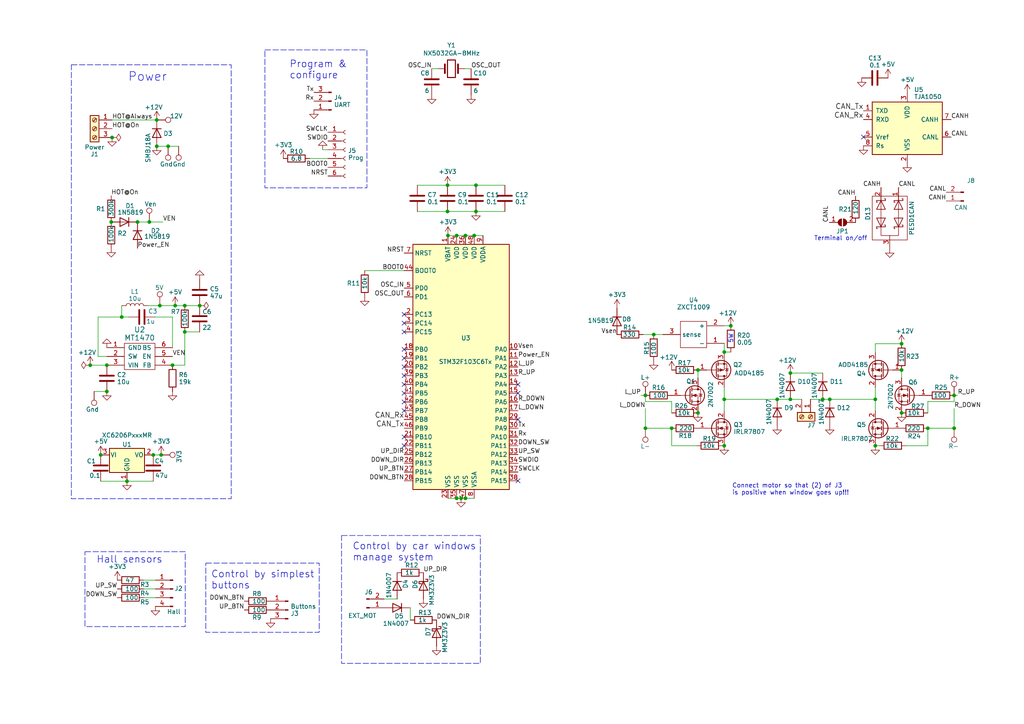
<source format=kicad_sch>
(kicad_sch (version 20230121) (generator eeschema)
  (paper "A4")
  (junction (at 46.736 131.953))
  (junction (at 135.001 68.326))
  (junction (at 53.594 88.646))
  (junction (at 30.988 105.918))
  (junction (at 261.493 119.761))
  (junction (at 229.235 115.824))
  (junction (at 211.963 94.488))
  (junction (at 276.733 114.681))
  (junction (at 50.8071 88.646))
  (junction (at 39.878 64.389))
  (junction (at 43.307 64.389))
  (junction (at 132.461 144.526))
  (junction (at 30.988 113.538))
  (junction (at 46.355 88.646))
  (junction (at 129.794 53.721))
  (junction (at 187.198 114.681))
  (junction (at 238.633 115.824))
  (junction (at 202.438 119.761))
  (junction (at 253.873 115.824))
  (junction (at 135.001 144.526))
  (junction (at 240.665 115.824))
  (junction (at 45.466 34.798))
  (junction (at 50.038 105.918))
  (junction (at 45.466 42.418))
  (junction (at 26.162 105.918))
  (junction (at 202.438 107.315))
  (junction (at 36.83 139.573))
  (junction (at 229.235 108.204))
  (junction (at 129.794 61.341))
  (junction (at 132.461 68.326))
  (junction (at 210.058 115.824))
  (junction (at 32.258 64.389))
  (junction (at 44.45 131.953))
  (junction (at 137.541 68.326))
  (junction (at 35.306 91.948))
  (junction (at 269.113 124.206))
  (junction (at 194.818 124.206))
  (junction (at 276.733 124.206))
  (junction (at 253.873 129.286))
  (junction (at 138.049 53.721))
  (junction (at 29.21 131.953))
  (junction (at 225.425 115.824))
  (junction (at 129.921 68.326))
  (junction (at 261.493 107.315))
  (junction (at 48.768 42.418))
  (junction (at 189.611 97.028))
  (junction (at 187.198 124.206))
  (junction (at 53.594 96.266))
  (junction (at 210.058 102.108))
  (junction (at 57.912 88.646))
  (junction (at 138.049 61.341))
  (junction (at 261.493 99.695))
  (junction (at 210.058 129.286))
  (junction (at 32.512 39.878))
  (junction (at 133.731 144.526))
  (no_connect (at 250.444 39.751))
  (no_connect (at 117.221 103.886))
  (no_connect (at 117.221 96.266))
  (no_connect (at 117.221 108.966))
  (no_connect (at 150.241 114.046))
  (no_connect (at 117.221 119.126))
  (no_connect (at 150.241 121.666))
  (no_connect (at 117.221 111.506))
  (no_connect (at 117.221 126.746))
  (no_connect (at 117.221 93.726))
  (no_connect (at 117.221 101.346))
  (no_connect (at 117.221 129.286))
  (no_connect (at 150.241 139.446))
  (no_connect (at 117.221 106.426))
  (no_connect (at 150.241 111.506))
  (no_connect (at 117.221 91.186))
  (no_connect (at 117.221 116.586))
  (no_connect (at 117.221 114.046))
  (wire (pts (xy 50.038 91.948) (xy 50.038 100.838)))
  (wire (pts (xy 276.733 114.681) (xy 276.733 116.459)))
  (wire (pts (xy 187.198 114.681) (xy 187.198 116.459)))
  (wire (pts (xy 50.038 105.918) (xy 53.594 105.918)))
  (wire (pts (xy 45.466 42.418) (xy 48.768 42.418)))
  (wire (pts (xy 262.763 129.286) (xy 269.113 129.286)))
  (wire (pts (xy 135.001 68.326) (xy 137.541 68.326)))
  (wire (pts (xy 210.058 115.824) (xy 210.058 119.126)))
  (wire (pts (xy 46.736 131.953) (xy 44.45 131.953)))
  (wire (pts (xy 269.113 124.206) (xy 276.733 124.206)))
  (wire (pts (xy 133.731 144.526) (xy 135.001 144.526)))
  (wire (pts (xy 253.873 99.695) (xy 253.873 102.235)))
  (wire (pts (xy 129.921 144.526) (xy 132.461 144.526)))
  (wire (pts (xy 47.244 64.389) (xy 43.307 64.389)))
  (wire (pts (xy 210.058 99.568) (xy 210.058 102.108)))
  (wire (pts (xy 210.058 102.108) (xy 211.963 102.108)))
  (wire (pts (xy 53.594 105.918) (xy 53.594 96.266)))
  (wire (pts (xy 137.541 68.326) (xy 140.081 68.326)))
  (wire (pts (xy 129.921 68.326) (xy 132.461 68.326)))
  (wire (pts (xy 132.461 68.326) (xy 135.001 68.326)))
  (wire (pts (xy 26.162 105.918) (xy 30.988 105.918)))
  (wire (pts (xy 185.928 114.681) (xy 187.198 114.681)))
  (wire (pts (xy 138.049 53.721) (xy 146.431 53.721)))
  (wire (pts (xy 121.031 61.341) (xy 129.794 61.341)))
  (wire (pts (xy 194.818 124.206) (xy 187.198 124.206)))
  (wire (pts (xy 129.794 61.341) (xy 138.049 61.341)))
  (wire (pts (xy 48.768 42.418) (xy 51.816 42.418)))
  (wire (pts (xy 225.425 115.824) (xy 229.235 115.824)))
  (wire (pts (xy 45.085 168.275) (xy 41.656 168.275)))
  (wire (pts (xy 240.665 115.824) (xy 253.873 115.824)))
  (wire (pts (xy 35.306 88.646) (xy 35.306 91.948)))
  (wire (pts (xy 136.652 19.939) (xy 134.747 19.939)))
  (wire (pts (xy 41.656 173.355) (xy 45.085 173.355)))
  (wire (pts (xy 202.057 129.286) (xy 194.818 129.286)))
  (wire (pts (xy 253.873 112.395) (xy 253.873 115.824)))
  (wire (pts (xy 229.235 108.204) (xy 238.633 108.204)))
  (wire (pts (xy 186.563 97.028) (xy 189.611 97.028)))
  (wire (pts (xy 105.791 78.486) (xy 117.221 78.486)))
  (wire (pts (xy 210.058 112.395) (xy 210.058 115.824)))
  (wire (pts (xy 43.307 64.389) (xy 39.878 64.389)))
  (wire (pts (xy 44.958 91.948) (xy 50.038 91.948)))
  (wire (pts (xy 229.235 115.824) (xy 232.537 115.824)))
  (wire (pts (xy 41.656 170.815) (xy 45.085 170.815)))
  (wire (pts (xy 89.789 45.974) (xy 95.123 45.974)))
  (wire (pts (xy 261.493 109.601) (xy 261.493 107.315)))
  (wire (pts (xy 37.338 91.948) (xy 35.306 91.948)))
  (wire (pts (xy 209.677 129.286) (xy 210.058 129.286)))
  (wire (pts (xy 276.733 114.681) (xy 277.749 114.681)))
  (wire (pts (xy 32.512 34.798) (xy 45.466 34.798)))
  (wire (pts (xy 202.438 109.601) (xy 202.438 107.315)))
  (wire (pts (xy 210.058 94.488) (xy 211.963 94.488)))
  (wire (pts (xy 121.031 53.721) (xy 129.794 53.721)))
  (wire (pts (xy 194.818 116.459) (xy 194.818 119.761)))
  (wire (pts (xy 138.049 61.341) (xy 146.431 61.341)))
  (wire (pts (xy 28.448 103.378) (xy 30.988 103.378)))
  (wire (pts (xy 42.926 88.646) (xy 46.355 88.646)))
  (wire (pts (xy 129.794 53.721) (xy 138.049 53.721)))
  (wire (pts (xy 255.143 129.286) (xy 253.873 129.286)))
  (wire (pts (xy 50.8071 88.646) (xy 53.594 88.646)))
  (wire (pts (xy 118.999 176.276) (xy 118.999 179.832)))
  (wire (pts (xy 235.077 115.824) (xy 238.633 115.824)))
  (wire (pts (xy 29.21 139.573) (xy 36.83 139.573)))
  (wire (pts (xy 276.733 116.459) (xy 269.113 116.459)))
  (wire (pts (xy 269.113 129.286) (xy 269.113 124.206)))
  (wire (pts (xy 187.198 118.491) (xy 187.198 124.206)))
  (wire (pts (xy 210.058 102.108) (xy 210.058 102.235)))
  (wire (pts (xy 53.594 96.266) (xy 57.912 96.266)))
  (wire (pts (xy 28.448 91.948) (xy 28.448 103.378)))
  (wire (pts (xy 269.113 116.459) (xy 269.113 119.761)))
  (wire (pts (xy 53.594 88.646) (xy 57.912 88.646)))
  (wire (pts (xy 135.001 144.526) (xy 137.541 144.526)))
  (wire (pts (xy 46.355 88.646) (xy 50.8071 88.646)))
  (wire (pts (xy 261.493 99.695) (xy 253.873 99.695)))
  (wire (pts (xy 194.818 129.286) (xy 194.818 124.206)))
  (wire (pts (xy 93.599 43.434) (xy 95.123 43.434)))
  (wire (pts (xy 253.873 115.824) (xy 253.873 119.126)))
  (wire (pts (xy 238.633 115.824) (xy 240.665 115.824)))
  (wire (pts (xy 210.058 115.824) (xy 225.425 115.824)))
  (wire (pts (xy 36.83 139.573) (xy 44.45 139.573)))
  (wire (pts (xy 132.461 144.526) (xy 133.731 144.526)))
  (wire (pts (xy 35.306 91.948) (xy 28.448 91.948)))
  (wire (pts (xy 125.222 19.939) (xy 127.127 19.939)))
  (wire (pts (xy 187.198 116.459) (xy 194.818 116.459)))
  (wire (pts (xy 27.305 113.538) (xy 30.988 113.538)))
  (wire (pts (xy 115.189 173.736) (xy 111.379 173.736)))
  (wire (pts (xy 276.733 118.491) (xy 276.733 124.206)))
  (wire (pts (xy 189.611 97.028) (xy 192.278 97.028)))
  (rectangle (start 20.701 18.796) (end 67.056 144.653) (stroke (width 0) (type dash)))
  (rectangle (start 76.835 14.478) (end 106.426 54.483) (stroke (width 0) (type dash)))
  (rectangle (start 99.06 155.321) (end 139.319 192.405) (stroke (width 0) (type dash)))
  (rectangle (start 59.69 163.322) (end 92.583 183.388) (stroke (width 0) (type dash)))
  (rectangle (start 24.638 160.02) (end 53.721 181.737) (stroke (width 0) (type dash)))
  (text "Control by car windows\nmanage system" (at 102.235 162.941 0) (effects (font (size 2 2)) (justify left bottom)))
  (text "Hall sensors" (at 27.94 163.576 0) (effects (font (size 2.0066 2.0066)) (justify left bottom)))
  (text "Connect motor so that (2) of J3\nis positive when window goes up!!!" (at 212.344 143.764 0) (effects (font (size 1.27 1.27)) (justify left bottom)))
  (text "Control by simplest\nbuttons" (at 61.214 171.069 0) (effects (font (size 2 2)) (justify left bottom)))
  (text "Terminal on/off" (at 236.093 69.977 0) (effects (font (size 1.27 1.27)) (justify left bottom)))
  (text "Program &\nconfigure" (at 83.947 23.114 0) (effects (font (size 2 2)) (justify left bottom)))
  (text "Power" (at 37.084 23.876 0) (effects (font (size 2.54 2.54)) (justify left bottom)))
  (text "5W" (at 212.725 99.695 90) (effects (font (size 1.27 1.27)) (justify left bottom)))
  (label "OSC_OUT" (at 117.221 86.106 180))
  (label "OSC_IN" (at 125.222 19.939 180))
  (label "HOT@On" (at 32.512 37.338 0))
  (label "DOWN_DIR" (at 126.619 179.832 0))
  (label "DOWN_SW" (at 34.036 173.355 180))
  (label "SWCLK" (at 95.123 38.354 180))
  (label "UP_SW" (at 150.241 131.826 0))
  (label "BOOT0" (at 117.221 78.486 180))
  (label "CAN_Rx" (at 250.444 34.671 180) (effects (font (size 1.524 1.524))))
  (label "SWDIO" (at 95.123 40.894 180))
  (label "UP_DIR" (at 122.809 166.116 0))
  (label "OSC_OUT" (at 136.652 19.939 0))
  (label "Power_EN" (at 150.241 103.886 0))
  (label "NRST" (at 117.221 73.406 180))
  (label "CAN_Tx" (at 250.444 32.131 180) (effects (font (size 1.524 1.524))))
  (label "UP_DIR" (at 117.221 131.826 180))
  (label "Power_EN" (at 39.878 72.009 0))
  (label "HOT@Always" (at 32.512 34.798 0))
  (label "L_DOWN" (at 187.198 118.491 180))
  (label "CAN_Rx" (at 117.221 121.666 180) (effects (font (size 1.524 1.524))))
  (label "L_UP" (at 150.241 106.426 0))
  (label "Vsen" (at 150.241 101.346 0))
  (label "Tx" (at 91.059 26.797 180))
  (label "DOWN_BTN" (at 117.221 139.446 180))
  (label "R_UP" (at 277.749 114.681 0))
  (label "DOWN_DIR" (at 117.221 134.366 180))
  (label "R_DOWN" (at 150.241 116.586 0))
  (label "VEN" (at 50.038 103.378 0))
  (label "DOWN_BTN" (at 70.866 174.371 180))
  (label "UP_SW" (at 34.036 170.815 180))
  (label "NRST" (at 95.123 51.054 180))
  (label "BOOT0" (at 95.123 48.514 180))
  (label "HOT@On" (at 32.258 56.769 0))
  (label "CANH" (at 274.447 58.293 180))
  (label "R_DOWN" (at 276.733 118.491 0))
  (label "DOWN_SW" (at 150.241 129.286 0))
  (label "CAN_Tx" (at 117.221 124.206 180) (effects (font (size 1.524 1.524))))
  (label "CANL" (at 274.447 55.753 180))
  (label "Rx" (at 91.059 29.337 180))
  (label "VEN" (at 47.244 64.389 0))
  (label "UP_BTN" (at 70.866 176.911 180))
  (label "L_UP" (at 185.928 114.681 180))
  (label "CANL" (at 260.604 54.356 0))
  (label "CANH" (at 248.158 56.896 180))
  (label "Rx" (at 150.241 126.746 0))
  (label "SWDIO" (at 150.241 134.366 0))
  (label "R_UP" (at 150.241 108.966 0))
  (label "Vsen" (at 178.943 97.028 180))
  (label "CANL" (at 240.538 64.516 90))
  (label "OSC_IN" (at 117.221 83.566 180))
  (label "CANH" (at 255.524 54.356 180))
  (label "Tx" (at 150.241 124.206 0))
  (label "CANH" (at 275.844 34.671 0))
  (label "L_DOWN" (at 150.241 119.126 0))
  (label "CANL" (at 275.844 39.751 0))
  (label "SWCLK" (at 150.241 136.906 0))
  (label "UP_BTN" (at 117.221 136.906 180))
  (symbol (lib_name "GND_3") (lib_id "power:GND") (at 261.493 119.761 0) (mirror y) (unit 1)
    (property "Reference" "#PWR044" (effects hide))
    (property "Value" "GND" (effects hide))
  )
  (symbol (lib_id "power:PWR_FLAG") (at 26.162 105.918 90) (unit 1)
    (property "Reference" "#FLG01" (effects hide))
    (property "Value" "PWR_FLAG" (effects hide))
  )
  (symbol (lib_name "GND_3") (lib_id "power:GND") (at 32.512 39.878 0) (unit 1)
    (property "Reference" "#PWR06" (effects hide))
    (property "Value" "GND" (effects hide))
  )
  (symbol (lib_name "GND_3") (lib_id "power:GND") (at 45.085 175.895 0) (unit 1)
    (property "Reference" "#PWR09" (effects hide))
    (property "Value" "GND" (effects hide))
  )
  (symbol (lib_id "Device:C") (at 57.912 92.456 0) (unit 1)
    (property "Reference" "C6" (at 58.674 90.424 0) (effects (justify left)))
    (property "Value" "22" (at 58.674 94.996 0) (effects (justify left)))
    (property "Footprint" "Capacitor_SMD:C_0805_2012Metric_Pad1.18x1.45mm_HandSolder" (effects hide))
  )
  (symbol (lib_name "GND_3") (lib_id "power:GND") (at 125.222 27.559 0) (unit 1)
    (property "Reference" "#PWR022" (effects hide))
    (property "Value" "GND" (effects hide))
  )
  (symbol (lib_id "Device:R") (at 74.676 174.371 270) (unit 1)
    (property "Reference" "R8" (at 73.152 172.212 90) (effects (justify left)))
    (property "Value" "100" (at 73.152 174.371 90) (effects (justify left)))
    (property "Footprint" "Resistor_SMD:R_0603_1608Metric_Pad0.98x0.95mm_HandSolder" (effects hide))
  )
  (symbol (lib_id "Device:R") (at 211.963 98.298 0) (unit 1)
    (property "Reference" "R20" (at 213.741 97.274 0) (effects (justify left)))
    (property "Value" "0.05" (at 213.741 99.322 0) (effects (justify left)))
    (property "Footprint" "Resistor_THT:R_Box_L14.0mm_W5.0mm_P9.00mm" (effects hide))
  )
  (symbol (lib_name "GND_3") (lib_id "power:GND") (at 126.619 187.452 0) (unit 1)
    (property "Reference" "#PWR023" (effects hide))
    (property "Value" "GND" (effects hide))
  )
  (symbol (lib_id "Device:R") (at 248.158 60.706 0) (unit 1)
    (property "Reference" "R21" (at 243.205 60.706 0) (effects (justify left)))
    (property "Value" "120" (at 248.158 62.23 90) (effects (justify left)))
    (property "Footprint" "Resistor_SMD:R_1210_3225Metric_Pad1.30x2.65mm_HandSolder" (effects hide))
  )
  (symbol (lib_id "Connector:TestPoint") (at 51.816 42.418 180) (unit 1)
    (property "Reference" "TP7" (effects hide))
    (property "Value" "Gnd" (at 53.848 47.625 0) (effects (justify left)))
    (property "Footprint" "TestPoint:TestPoint_Loop_D1.80mm_Drill1.0mm_Beaded" (effects hide))
  )
  (symbol (lib_name "GND_3") (lib_id "power:GND") (at 202.438 119.761 0) (unit 1)
    (property "Reference" "#PWR032" (effects hide))
    (property "Value" "GND" (effects hide))
  )
  (symbol (lib_id "Device:D") (at 36.068 64.389 180) (unit 1)
    (property "Reference" "D1" (at 37.719 59.69 0))
    (property "Value" "1N5819" (at 37.846 61.595 0))
    (property "Footprint" "Diode_SMD:D_SOD-323_HandSoldering" (effects hide))
    (property "Sim.Device" "D" (effects hide))
    (property "Sim.Pins" "1=K 2=A" (effects hide))
  )
  (symbol (lib_name "GND_3") (lib_id "power:GND") (at 189.611 104.648 0) (unit 1)
    (property "Reference" "#PWR030" (effects hide))
    (property "Value" "GND" (effects hide))
  )
  (symbol (lib_id "Device:R") (at 32.258 68.199 180) (unit 1)
    (property "Reference" "R2" (at 35.433 67.691 0))
    (property "Value" "100k" (at 32.258 67.945 90))
    (property "Footprint" "Resistor_SMD:R_0603_1608Metric_Pad0.98x0.95mm_HandSolder" (effects hide))
  )
  (symbol (lib_id "power:+5V") (at 263.144 27.051 0) (unit 1)
    (property "Reference" "#PWR014" (effects hide))
    (property "Value" "+5V" (at 263.144 23.106 0))
  )
  (symbol (lib_id "Jumper:SolderJumper_2_Open") (at 244.348 64.516 0) (unit 1)
    (property "Reference" "JP1" (at 244.348 67.056 0))
    (property "Value" "Term" (effects hide))
    (property "Footprint" "Jumper:SolderJumper-2_P1.3mm_Open_TrianglePad1.0x1.5mm" (effects hide))
  )
  (symbol (lib_id "Connector:Conn_01x03_Pin") (at 96.139 29.337 180) (unit 1)
    (property "Reference" "J4" (at 96.8502 28.313 0) (effects (justify right)))
    (property "Value" "UART" (at 96.8502 30.361 0) (effects (justify right)))
    (property "Footprint" "Connector_PinSocket_2.54mm:PinSocket_1x03_P2.54mm_Vertical" (effects hide))
  )
  (symbol (lib_id "Device:C") (at 41.148 91.948 90) (unit 1)
    (property "Reference" "C3" (at 44.323 90.297 90))
    (property "Value" "1u" (at 43.688 93.218 90))
    (property "Footprint" "Capacitor_SMD:C_1206_3216Metric_Pad1.33x1.80mm_HandSolder" (effects hide))
  )
  (symbol (lib_id "Connector:TestPoint") (at 46.736 131.953 270) (unit 1)
    (property "Reference" "TP5" (effects hide))
    (property "Value" "3V3" (at 51.943 130.556 0) (effects (justify left)))
    (property "Footprint" "TestPoint:TestPoint_Loop_D1.80mm_Drill1.0mm_Beaded" (effects hide))
  )
  (symbol (lib_id "Connector:Conn_01x04_Pin") (at 50.165 170.815 0) (mirror y) (unit 1)
    (property "Reference" "J2" (at 51.816 170.688 0))
    (property "Value" "Hall" (at 50.419 177.419 0))
    (property "Footprint" "Connector_JST:JST_PH_B4B-PH-K_1x04_P2.00mm_Vertical" (effects hide))
  )
  (symbol (lib_id "Device:D") (at 225.425 119.634 270) (unit 1)
    (property "Reference" "D9" (at 227.457 118.2925 90) (effects (justify left)))
    (property "Value" "1N4007" (at 223.012 115.697 0) (effects (justify left)))
    (property "Footprint" "Diode_SMD:D_SMA_Handsoldering" (effects hide))
    (property "Sim.Device" "D" (effects hide))
    (property "Sim.Pins" "1=K 2=A" (effects hide))
  )
  (symbol (lib_name "GND_3") (lib_id "power:GND") (at 50.038 113.538 0) (unit 1)
    (property "Reference" "#PWR013" (effects hide))
    (property "Value" "GND" (effects hide))
  )
  (symbol (lib_id "Connector:Conn_01x02_Pin") (at 279.527 58.293 180) (unit 1)
    (property "Reference" "J8" (at 281.6098 52.3748 0))
    (property "Value" "CAN" (at 280.67 60.198 0) (effects (justify left)))
    (property "Footprint" "Connector_JST:JST_PH_B2B-PH-K_1x02_P2.00mm_Vertical" (effects hide))
  )
  (symbol (lib_name "GND_3") (lib_id "power:GND") (at 57.912 81.026 180) (unit 1)
    (property "Reference" "#PWR015" (effects hide))
    (property "Value" "GND" (effects hide))
  )
  (symbol (lib_name "GND_3") (lib_id "power:GND") (at 250.444 42.291 0) (unit 1)
    (property "Reference" "#PWR039" (effects hide))
    (property "Value" "GND" (effects hide))
  )
  (symbol (lib_id "power:+12V") (at 194.818 107.315 0) (unit 1)
    (property "Reference" "#PWR031" (effects hide))
    (property "Value" "+12V" (at 193.929 103.632 0))
  )
  (symbol (lib_id "Device:R") (at 205.867 129.286 270) (unit 1)
    (property "Reference" "R19" (at 205.74 127.2286 90))
    (property "Value" "10k" (at 205.613 129.286 90))
    (property "Footprint" "Resistor_SMD:R_0603_1608Metric_Pad0.98x0.95mm_HandSolder" (effects hide))
  )
  (symbol (lib_id "Device:Q_PMOS_GDS") (at 256.413 107.315 180) (unit 1)
    (property "Reference" "Q4" (at 251.206 108.339 0) (effects (justify left)))
    (property "Value" "AOD4185" (at 251.841 105.791 0) (effects (justify left)))
    (property "Footprint" "Package_TO_SOT_SMD:TO-252-3_TabPin2" (effects hide))
  )
  (symbol (lib_id "Device:R") (at 32.258 60.579 180) (unit 1)
    (property "Reference" "R1" (at 29.21 60.579 0))
    (property "Value" "300k" (at 32.258 60.325 90))
    (property "Footprint" "Resistor_SMD:R_0603_1608Metric_Pad0.98x0.95mm_HandSolder" (effects hide))
  )
  (symbol (lib_id "ZXCT1009:ZXCT1009") (at 201.168 97.028 180) (unit 1)
    (property "Reference" "U4" (at 201.168 87.0265 0))
    (property "Value" "ZXCT1009" (at 201.168 89.0745 0))
    (property "Footprint" "Package_TO_SOT_SMD:SOT-23_Handsoldering" (effects hide))
  )
  (symbol (lib_name "GND_3") (lib_id "power:GND") (at 36.83 139.573 0) (unit 1)
    (property "Reference" "#PWR08" (effects hide))
    (property "Value" "GND" (effects hide))
  )
  (symbol (lib_id "Device:R") (at 198.628 119.761 270) (unit 1)
    (property "Reference" "R26" (at 197.612 117.729 90))
    (property "Value" "10k" (at 198.374 119.761 90))
    (property "Footprint" "Resistor_SMD:R_0603_1608Metric_Pad0.98x0.95mm_HandSolder" (effects hide))
  )
  (symbol (lib_name "GND_3") (lib_id "power:GND") (at 122.809 173.736 0) (unit 1)
    (property "Reference" "#PWR021" (effects hide))
    (property "Value" "GND" (effects hide))
  )
  (symbol (lib_id "Device:Crystal") (at 130.937 19.939 0) (unit 1)
    (property "Reference" "Y1" (at 130.937 13.1318 0))
    (property "Value" "NX5032GA-8MHz" (at 130.937 15.4432 0))
    (property "Footprint" "Crystal:Crystal_SMD_5032-2Pin_5.0x3.2mm" (effects hide))
  )
  (symbol (lib_id "Device:R") (at 191.008 114.681 90) (unit 1)
    (property "Reference" "R16" (at 191.008 112.395 90))
    (property "Value" "100" (at 191.262 114.681 90))
    (property "Footprint" "Resistor_SMD:R_0603_1608Metric_Pad0.98x0.95mm_HandSolder" (effects hide))
  )
  (symbol (lib_id "power:+3V3") (at 46.736 131.953 0) (unit 1)
    (property "Reference" "#PWR012" (effects hide))
    (property "Value" "+3V3" (at 46.736 128.008 0))
  )
  (symbol (lib_name "GND_3") (lib_id "power:GND") (at 258.064 72.136 0) (unit 1)
    (property "Reference" "#PWR042" (effects hide))
    (property "Value" "GND" (effects hide))
  )
  (symbol (lib_id "power:+5V") (at 257.556 22.606 0) (unit 1)
    (property "Reference" "#PWR041" (effects hide))
    (property "Value" "+5V" (at 257.556 18.661 0))
  )
  (symbol (lib_id "Device:C") (at 138.049 57.531 0) (unit 1)
    (property "Reference" "C11" (at 140.97 56.507 0) (effects (justify left)))
    (property "Value" "0.1" (at 140.97 58.555 0) (effects (justify left)))
    (property "Footprint" "Capacitor_SMD:C_0603_1608Metric_Pad1.08x0.95mm_HandSolder" (effects hide))
  )
  (symbol (lib_id "Device:R") (at 265.303 124.206 270) (mirror x) (unit 1)
    (property "Reference" "R24" (at 265.176 126.492 90))
    (property "Value" "220" (at 265.049 124.206 90))
    (property "Footprint" "Resistor_SMD:R_0603_1608Metric_Pad0.98x0.95mm_HandSolder" (effects hide))
  )
  (symbol (lib_id "Connector:Conn_01x03_Pin") (at 83.566 176.911 0) (mirror y) (unit 1)
    (property "Reference" "J3" (at 84.2772 177.935 0) (effects (justify right)))
    (property "Value" "Buttons" (at 84.2772 175.887 0) (effects (justify right)))
    (property "Footprint" "Connector_JST:JST_PH_B3B-PH-K_1x03_P2.00mm_Vertical" (effects hide))
  )
  (symbol (lib_id "power:+3V3") (at 129.794 53.721 0) (unit 1)
    (property "Reference" "#PWR024" (effects hide))
    (property "Value" "+3V3" (at 129.794 49.776 0))
  )
  (symbol (lib_id "power:+12V") (at 229.235 108.204 0) (unit 1)
    (property "Reference" "#PWR036" (effects hide))
    (property "Value" "+12V" (at 228.346 104.521 0))
  )
  (symbol (lib_id "Device:R") (at 37.846 168.275 270) (unit 1)
    (property "Reference" "R3" (at 40.64 169.545 90) (effects (justify left)))
    (property "Value" "47" (at 36.322 168.275 90) (effects (justify left)))
    (property "Footprint" "Resistor_SMD:R_0603_1608Metric_Pad0.98x0.95mm_HandSolder" (effects hide))
  )
  (symbol (lib_id "power:+3V3") (at 178.943 89.408 0) (unit 1)
    (property "Reference" "#PWR029" (effects hide))
    (property "Value" "+3V3" (at 178.943 85.463 0))
  )
  (symbol (lib_id "power:+12V") (at 211.963 94.488 0) (unit 1)
    (property "Reference" "#PWR034" (effects hide))
    (property "Value" "+12V" (at 211.074 90.805 0))
  )
  (symbol (lib_id "Device:R") (at 85.979 45.974 90) (unit 1)
    (property "Reference" "R10" (at 85.979 43.942 90))
    (property "Value" "6.8" (at 85.979 45.974 90))
    (property "Footprint" "Resistor_SMD:R_0603_1608Metric_Pad0.98x0.95mm_HandSolder" (effects hide))
  )
  (symbol (lib_name "GND_3") (lib_id "power:GND") (at 91.059 31.877 0) (unit 1)
    (property "Reference" "#PWR018" (effects hide))
    (property "Value" "GND" (effects hide))
  )
  (symbol (lib_id "Connector:TestPoint") (at 48.768 42.418 180) (unit 1)
    (property "Reference" "TP6" (effects hide))
    (property "Value" "Gnd" (at 50.165 47.625 0) (effects (justify left)))
    (property "Footprint" "TestPoint:TestPoint_Loop_D1.80mm_Drill1.0mm_Beaded" (effects hide))
  )
  (symbol (lib_id "Device:Q_NMOS_GDS") (at 207.518 124.206 0) (unit 1)
    (property "Reference" "Q3" (at 212.725 123.182 0) (effects (justify left)))
    (property "Value" "IRLR7807" (at 212.725 125.23 0) (effects (justify left)))
    (property "Footprint" "Package_TO_SOT_SMD:TO-252-3_TabPin2" (effects hide))
  )
  (symbol (lib_name "GND_3") (lib_id "power:GND") (at 253.873 129.286 0) (mirror y) (unit 1)
    (property "Reference" "#PWR040" (effects hide))
    (property "Value" "GND" (effects hide))
  )
  (symbol (lib_id "power:+3V3") (at 82.169 45.974 0) (unit 1)
    (property "Reference" "#PWR017" (effects hide))
    (property "Value" "+3V3" (at 82.169 42.029 0))
  )
  (symbol (lib_id "Connector:Conn_01x02_Pin") (at 106.299 176.276 0) (mirror x) (unit 1)
    (property "Reference" "J6" (at 106.934 171.704 0))
    (property "Value" "EXT_MOT" (at 100.965 178.562 0) (effects (justify left)))
    (property "Footprint" "Connector_JST:JST_PH_B2B-PH-K_1x02_P2.00mm_Vertical" (effects hide))
  )
  (symbol (lib_name "GND_3") (lib_id "power:GND") (at 105.791 86.106 0) (unit 1)
    (property "Reference" "#PWR020" (effects hide))
    (property "Value" "GND" (effects hide))
  )
  (symbol (lib_id "Regulator_Linear:XC6206PxxxMR") (at 36.83 131.953 0) (unit 1)
    (property "Reference" "U1" (at 36.83 128.905 0))
    (property "Value" "XC6206PxxxMR" (at 36.83 126.238 0))
    (property "Footprint" "Package_TO_SOT_SMD:SOT-23-3" (effects hide))
    (property "Datasheet" "https://www.torexsemi.com/file/xc6206/XC6206.pdf" (effects hide))
  )
  (symbol (lib_id "Device:R") (at 272.923 114.681 270) (mirror x) (unit 1)
    (property "Reference" "R25" (at 272.923 112.395 90))
    (property "Value" "100" (at 272.669 114.681 90))
    (property "Footprint" "Resistor_SMD:R_0603_1608Metric_Pad0.98x0.95mm_HandSolder" (effects hide))
  )
  (symbol (lib_id "Device:D") (at 240.665 119.634 270) (unit 1)
    (property "Reference" "D12" (at 242.697 118.2925 90) (effects (justify left)))
    (property "Value" "1N4007" (at 238.252 115.697 0) (effects (justify left)))
    (property "Footprint" "Diode_SMD:D_SMA_Handsoldering" (effects hide))
    (property "Sim.Device" "D" (effects hide))
    (property "Sim.Pins" "1=K 2=A" (effects hide))
  )
  (symbol (lib_name "GND_3") (lib_id "power:GND") (at 138.049 61.341 0) (unit 1)
    (property "Reference" "#PWR028" (effects hide))
    (property "Value" "GND" (effects hide))
  )
  (symbol (lib_id "power:+3V3") (at 129.921 68.326 0) (unit 1)
    (property "Reference" "#PWR025" (effects hide))
    (property "Value" "+3V3" (at 129.921 64.381 0))
  )
  (symbol (lib_id "Interface_CAN_LIN:MCP2551-I-SN") (at 263.144 37.211 0) (unit 1)
    (property "Reference" "U5" (at 265.0999 26.011 0) (effects (justify left)))
    (property "Value" "TJA1050" (at 265.0999 28.059 0) (effects (justify left)))
    (property "Footprint" "Package_SO:SOIC-8_3.9x4.9mm_P1.27mm" (effects hide))
    (property "Datasheet" "http://ww1.microchip.com/downloads/en/devicedoc/21667d.pdf" (effects hide))
  )
  (symbol (lib_name "GND_3") (lib_id "power:GND") (at 210.058 129.286 0) (unit 1)
    (property "Reference" "#PWR033" (effects hide))
    (property "Value" "GND" (effects hide))
  )
  (symbol (lib_id "Connector:Conn_01x06_Socket") (at 100.203 43.434 0) (unit 1)
    (property "Reference" "J5" (at 100.9142 43.68 0) (effects (justify left)))
    (property "Value" "Prog" (at 100.9142 45.728 0) (effects (justify left)))
    (property "Footprint" "Connector_PinSocket_1.27mm:PinSocket_1x06_P1.27mm_Vertical" (effects hide))
  )
  (symbol (lib_id "Device:Q_PMOS_GDS") (at 207.518 107.315 0) (mirror x) (unit 1)
    (property "Reference" "Q2" (at 212.598 105.791 0) (effects (justify left)))
    (property "Value" "AOD4185" (at 212.979 108.204 0) (effects (justify left)))
    (property "Footprint" "Package_TO_SOT_SMD:TO-252-3_TabPin2" (effects hide))
  )
  (symbol (lib_id "Device:Q_NMOS_GSD") (at 264.033 114.681 0) (mirror y) (unit 1)
    (property "Reference" "Q6" (at 266.192 110.871 0) (effects (justify left)))
    (property "Value" "2N7002" (at 258.318 118.745 90) (effects (justify left)))
    (property "Footprint" "Package_TO_SOT_SMD:SOT-23_Handsoldering" (effects hide))
  )
  (symbol (lib_id "Connector:TestPoint") (at 45.466 34.798 270) (unit 1)
    (property "Reference" "TP3" (effects hide))
    (property "Value" "12V" (at 49.276 33.655 90) (effects (justify left)))
    (property "Footprint" "TestPoint:TestPoint_Loop_D1.80mm_Drill1.0mm_Beaded" (effects hide))
  )
  (symbol (lib_id "Device:R") (at 122.809 179.832 270) (unit 1)
    (property "Reference" "R13" (at 121.285 177.673 90) (effects (justify left)))
    (property "Value" "1k" (at 121.285 179.832 90) (effects (justify left)))
    (property "Footprint" "Resistor_SMD:R_0603_1608Metric_Pad0.98x0.95mm_HandSolder" (effects hide))
  )
  (symbol (lib_name "GND_3") (lib_id "power:GND") (at 133.731 144.526 0) (unit 1)
    (property "Reference" "#PWR026" (effects hide))
    (property "Value" "GND" (effects hide))
  )
  (symbol (lib_id "Device:R") (at 37.846 170.815 270) (unit 1)
    (property "Reference" "R4" (at 40.64 172.085 90) (effects (justify left)))
    (property "Value" "100" (at 36.322 170.815 90) (effects (justify left)))
    (property "Footprint" "Resistor_SMD:R_0603_1608Metric_Pad0.98x0.95mm_HandSolder" (effects hide))
  )
  (symbol (lib_id "power:+5V") (at 29.21 131.953 0) (unit 1)
    (property "Reference" "#PWR02" (effects hide))
    (property "Value" "+5V" (at 29.21 128.008 0))
  )
  (symbol (lib_id "Device:C") (at 253.746 22.606 90) (unit 1)
    (property "Reference" "C13" (at 253.746 16.867 90))
    (property "Value" "0.1" (at 253.746 18.915 90))
    (property "Footprint" "Capacitor_SMD:C_0603_1608Metric_Pad1.08x0.95mm_HandSolder" (effects hide))
  )
  (symbol (lib_id "Device:R") (at 105.791 82.296 180) (unit 1)
    (property "Reference" "R11" (at 100.584 82.169 0) (effects (justify right)))
    (property "Value" "10k" (at 105.791 83.947 90) (effects (justify right)))
    (property "Footprint" "Resistor_SMD:R_0603_1608Metric_Pad0.98x0.95mm_HandSolder" (effects hide))
  )
  (symbol (lib_id "Device:D_Schottky") (at 126.619 183.642 270) (unit 1)
    (property "Reference" "D7" (at 124.206 181.864 0) (effects (justify left)))
    (property "Value" "MM3Z3V3" (at 129.032 180.34 0) (effects (justify left)))
    (property "Footprint" "Diode_SMD:D_0805_2012Metric_Pad1.15x1.40mm_HandSolder" (effects hide))
  )
  (symbol (lib_id "Device:R") (at 265.303 119.761 270) (unit 1)
    (property "Reference" "R27" (at 266.192 117.856 90))
    (property "Value" "10k" (at 265.049 119.761 90))
    (property "Footprint" "Resistor_SMD:R_0603_1608Metric_Pad0.98x0.95mm_HandSolder" (effects hide))
  )
  (symbol (lib_id "elements:PESD1CAN") (at 260.604 61.976 270) (unit 1)
    (property "Reference" "D13" (at 251.714 61.976 0))
    (property "Value" "PESD1CAN" (at 264.414 63.246 0))
    (property "Footprint" "Package_TO_SOT_SMD:SOT-23" (effects hide))
  )
  (symbol (lib_id "Device:C") (at 129.794 57.531 0) (unit 1)
    (property "Reference" "C9" (at 132.715 56.507 0) (effects (justify left)))
    (property "Value" "0.1" (at 132.715 58.555 0) (effects (justify left)))
    (property "Footprint" "Capacitor_SMD:C_0603_1608Metric_Pad1.08x0.95mm_HandSolder" (effects hide))
  )
  (symbol (lib_id "Device:R") (at 198.628 124.206 90) (unit 1)
    (property "Reference" "R18" (at 198.755 126.365 90))
    (property "Value" "220" (at 198.882 124.206 90))
    (property "Footprint" "Resistor_SMD:R_0603_1608Metric_Pad0.98x0.95mm_HandSolder" (effects hide))
  )
  (symbol (lib_id "Connector:TestPoint") (at 46.355 88.646 0) (unit 1)
    (property "Reference" "TP4" (effects hide))
    (property "Value" "5V" (at 44.958 83.439 0) (effects (justify left)))
    (property "Footprint" "TestPoint:TestPoint_Loop_D1.80mm_Drill1.0mm_Beaded" (effects hide))
  )
  (symbol (lib_id "Device:R") (at 182.753 97.028 270) (unit 1)
    (property "Reference" "R14" (at 182.626 94.9706 90))
    (property "Value" "330" (at 182.499 97.028 90))
    (property "Footprint" "Resistor_SMD:R_0603_1608Metric_Pad0.98x0.95mm_HandSolder" (effects hide))
  )
  (symbol (lib_id "Device:C") (at 44.45 135.763 0) (unit 1)
    (property "Reference" "C4" (at 44.831 133.731 0) (effects (justify left)))
    (property "Value" "47u" (at 44.958 137.922 0) (effects (justify left)))
    (property "Footprint" "Capacitor_SMD:C_1206_3216Metric" (effects hide))
  )
  (symbol (lib_id "Connector:TestPoint") (at 276.733 114.681 0) (unit 1)
    (property "Reference" "TP10" (effects hide))
    (property "Value" "R+" (at 275.336 109.474 0) (effects (justify left)))
    (property "Footprint" "TestPoint:TestPoint_Loop_D1.80mm_Drill1.0mm_Beaded" (effects hide))
  )
  (symbol (lib_id "Connector:TestPoint") (at 187.198 114.681 0) (unit 1)
    (property "Reference" "TP8" (effects hide))
    (property "Value" "L+" (at 185.801 109.474 0) (effects (justify left)))
    (property "Footprint" "TestPoint:TestPoint_Loop_D1.80mm_Drill1.0mm_Beaded" (effects hide))
  )
  (symbol (lib_name "GND_3") (lib_id "power:GND") (at 249.936 22.606 0) (unit 1)
    (property "Reference" "#PWR038" (effects hide))
    (property "Value" "GND" (effects hide))
  )
  (symbol (lib_id "Device:D") (at 229.235 112.014 270) (unit 1)
    (property "Reference" "D10" (at 231.267 110.6725 90) (effects (justify left)))
    (property "Value" "1N4007" (at 226.822 108.077 0) (effects (justify left)))
    (property "Footprint" "Diode_SMD:D_SMA_Handsoldering" (effects hide))
    (property "Sim.Device" "D" (effects hide))
    (property "Sim.Pins" "1=K 2=A" (effects hide))
  )
  (symbol (lib_id "power:PWR_FLAG") (at 57.912 88.646 270) (unit 1)
    (property "Reference" "#FLG02" (effects hide))
    (property "Value" "PWR_FLAG" (effects hide))
  )
  (symbol (lib_id "Device:C") (at 57.912 84.836 180) (unit 1)
    (property "Reference" "C5" (at 60.833 83.812 0) (effects (justify right)))
    (property "Value" "47u" (at 60.833 85.86 0) (effects (justify right)))
    (property "Footprint" "Capacitor_SMD:C_1206_3216Metric_Pad1.33x1.80mm_HandSolder" (effects hide))
  )
  (symbol (lib_id "Connector:TestPoint") (at 43.307 64.389 0) (unit 1)
    (property "Reference" "TP2" (effects hide))
    (property "Value" "Ven" (at 41.91 59.182 0) (effects (justify left)))
    (property "Footprint" "TestPoint:TestPoint_Loop_D1.80mm_Drill1.0mm_Beaded" (effects hide))
  )
  (symbol (lib_id "power:+12V") (at 45.466 34.798 0) (unit 1)
    (property "Reference" "#PWR010" (effects hide))
    (property "Value" "+12V" (at 44.577 31.115 0))
  )
  (symbol (lib_id "Device:D") (at 115.189 176.276 180) (unit 1)
    (property "Reference" "D5" (at 117.094 178.689 0) (effects (justify left)))
    (property "Value" "1N4007" (at 118.618 180.848 0) (effects (justify left)))
    (property "Footprint" "Diode_SMD:D_SMA_Handsoldering" (effects hide))
    (property "Sim.Device" "D" (effects hide))
    (property "Sim.Pins" "1=K 2=A" (effects hide))
  )
  (symbol (lib_id "Device:C") (at 146.431 57.531 0) (unit 1)
    (property "Reference" "C12" (at 149.352 56.507 0) (effects (justify left)))
    (property "Value" "0.1" (at 149.352 58.555 0) (effects (justify left)))
    (property "Footprint" "Capacitor_SMD:C_0603_1608Metric_Pad1.08x0.95mm_HandSolder" (effects hide))
  )
  (symbol (lib_id "Device:R") (at 261.493 103.505 0) (mirror x) (unit 1)
    (property "Reference" "R23" (at 264.668 103.378 0))
    (property "Value" "10k" (at 261.493 103.251 90))
    (property "Footprint" "Resistor_SMD:R_0603_1608Metric_Pad0.98x0.95mm_HandSolder" (effects hide))
  )
  (symbol (lib_id "Connector:Screw_Terminal_01x02") (at 235.077 120.904 270) (unit 1)
    (property "Reference" "J7" (at 235.331 123.317 90))
    (property "Value" "Motor" (effects hide))
    (property "Footprint" "TerminalBlock_Phoenix:TerminalBlock_Phoenix_MKDS-1,5-2_1x02_P5.00mm_Horizontal" (effects hide))
  )
  (symbol (lib_id "Connector:Screw_Terminal_01x03") (at 27.432 37.338 0) (mirror y) (unit 1)
    (property "Reference" "J1" (at 27.432 44.728 0))
    (property "Value" "Power" (at 27.432 42.68 0))
    (property "Footprint" "TerminalBlock_Phoenix:TerminalBlock_Phoenix_MKDS-1,5-3-5.08_1x03_P5.08mm_Horizontal" (effects hide))
  )
  (symbol (lib_id "Device:L") (at 39.116 88.646 90) (unit 1)
    (property "Reference" "L1" (at 39.116 84.5607 90))
    (property "Value" "10u" (at 39.116 86.6087 90))
    (property "Footprint" "kicad:cd43" (effects hide))
  )
  (symbol (lib_name "GND_3") (lib_id "power:GND") (at 30.988 113.538 0) (unit 1)
    (property "Reference" "#PWR04" (effects hide))
    (property "Value" "GND" (effects hide))
  )
  (symbol (lib_id "Connector:TestPoint") (at 187.198 124.206 180) (unit 1)
    (property "Reference" "TP9" (effects hide))
    (property "Value" "L-" (at 188.595 129.413 0) (effects (justify left)))
    (property "Footprint" "TestPoint:TestPoint_Loop_D1.80mm_Drill1.0mm_Beaded" (effects hide))
  )
  (symbol (lib_id "Device:R") (at 189.611 100.838 0) (unit 1)
    (property "Reference" "R15" (at 187.5536 100.965 90))
    (property "Value" "100" (at 189.611 101.092 90))
    (property "Footprint" "Resistor_SMD:R_0603_1608Metric_Pad0.98x0.95mm_HandSolder" (effects hide))
  )
  (symbol (lib_id "Device:R") (at 198.628 107.315 270) (unit 1)
    (property "Reference" "R17" (at 198.501 105.2576 90))
    (property "Value" "10k" (at 198.374 107.315 90))
    (property "Footprint" "Resistor_SMD:R_0603_1608Metric_Pad0.98x0.95mm_HandSolder" (effects hide))
  )
  (symbol (lib_name "GND_3") (lib_id "power:GND") (at 225.425 123.444 0) (unit 1)
    (property "Reference" "#PWR035" (effects hide))
    (property "Value" "GND" (effects hide))
  )
  (symbol (lib_id "Device:D") (at 39.878 68.199 270) (unit 1)
    (property "Reference" "D2" (at 45.085 66.929 90))
    (property "Value" "1N5819" (at 45.593 68.58 90))
    (property "Footprint" "Diode_SMD:D_SOD-323_HandSoldering" (effects hide))
    (property "Sim.Device" "D" (effects hide))
    (property "Sim.Pins" "1=K 2=A" (effects hide))
  )
  (symbol (lib_id "Device:R") (at 74.676 176.911 270) (unit 1)
    (property "Reference" "R9" (at 73.152 179.07 90) (effects (justify left)))
    (property "Value" "100" (at 73.152 176.911 90) (effects (justify left)))
    (property "Footprint" "Resistor_SMD:R_0603_1608Metric_Pad0.98x0.95mm_HandSolder" (effects hide))
  )
  (symbol (lib_id "Connector:TestPoint") (at 276.733 124.206 180) (unit 1)
    (property "Reference" "TP11" (effects hide))
    (property "Value" "R-" (at 278.13 129.413 0) (effects (justify left)))
    (property "Footprint" "TestPoint:TestPoint_Loop_D1.80mm_Drill1.0mm_Beaded" (effects hide))
  )
  (symbol (lib_id "Device:C") (at 136.652 23.749 0) (unit 1)
    (property "Reference" "C10" (at 137.287 21.209 0) (effects (justify left)))
    (property "Value" "6" (at 137.287 26.289 0) (effects (justify left)))
    (property "Footprint" "Capacitor_SMD:C_0603_1608Metric_Pad1.08x0.95mm_HandSolder" (effects hide))
  )
  (symbol (lib_name "D_1") (lib_id "Device:D") (at 45.466 38.608 270) (unit 1)
    (property "Reference" "D3" (at 47.371 38.735 90) (effects (justify left)))
    (property "Value" "SMBJ18A" (at 42.926 38.608 0) (effects (justify left)))
    (property "Footprint" "Diode_SMD:D_SMB_Handsoldering" (effects hide))
    (property "Sim.Device" "D" (effects hide))
    (property "Sim.Pins" "1=K 2=A" (effects hide))
  )
  (symbol (lib_name "GND_3") (lib_id "power:GND") (at 78.486 179.451 0) (unit 1)
    (property "Reference" "#PWR016" (effects hide))
    (property "Value" "GND" (effects hide))
  )
  (symbol (lib_name "GND_3") (lib_id "power:GND") (at 45.466 42.418 0) (unit 1)
    (property "Reference" "#PWR011" (effects hide))
    (property "Value" "GND" (effects hide))
  )
  (symbol (lib_id "Device:R") (at 118.999 166.116 270) (unit 1)
    (property "Reference" "R12" (at 117.475 163.957 90) (effects (justify left)))
    (property "Value" "1k" (at 117.475 166.116 90) (effects (justify left)))
    (property "Footprint" "Resistor_SMD:R_0603_1608Metric_Pad0.98x0.95mm_HandSolder" (effects hide))
  )
  (symbol (lib_id "Device:C") (at 29.21 135.763 0) (unit 1)
    (property "Reference" "C1" (at 25.146 133.731 0) (effects (justify left)))
    (property "Value" "0.1" (at 25.908 137.922 0) (effects (justify left)))
    (property "Footprint" "Capacitor_SMD:C_0603_1608Metric_Pad1.08x0.95mm_HandSolder" (effects hide))
  )
  (symbol (lib_id "Device:D") (at 178.943 93.218 270) (unit 1)
    (property "Reference" "D8" (at 181.737 92.583 90))
    (property "Value" "1N5819" (at 174.244 92.964 90))
    (property "Footprint" "Diode_SMD:D_SOD-323_HandSoldering" (effects hide))
    (property "Sim.Device" "D" (effects hide))
    (property "Sim.Pins" "1=K 2=A" (effects hide))
  )
  (symbol (lib_id "Device:D") (at 238.633 112.014 270) (unit 1)
    (property "Reference" "D11" (at 240.665 110.6725 90) (effects (justify left)))
    (property "Value" "1N4007" (at 236.22 108.077 0) (effects (justify left)))
    (property "Footprint" "Diode_SMD:D_SMA_Handsoldering" (effects hide))
    (property "Sim.Device" "D" (effects hide))
    (property "Sim.Pins" "1=K 2=A" (effects hide))
  )
  (symbol (lib_id "power:+12V") (at 261.493 99.695 0) (mirror y) (unit 1)
    (property "Reference" "#PWR043" (effects hide))
    (property "Value" "+12V" (at 262.382 96.012 0))
  )
  (symbol (lib_id "Connector:TestPoint") (at 27.305 113.538 180) (unit 1)
    (property "Reference" "TP1" (effects hide))
    (property "Value" "Gnd" (at 28.702 118.745 0) (effects (justify left)))
    (property "Footprint" "TestPoint:TestPoint_Loop_D1.80mm_Drill1.0mm_Beaded" (effects hide))
  )
  (symbol (lib_id "Device:R") (at 37.846 173.355 270) (unit 1)
    (property "Reference" "R5" (at 40.64 174.625 90) (effects (justify left)))
    (property "Value" "100" (at 36.322 173.355 90) (effects (justify left)))
    (property "Footprint" "Resistor_SMD:R_0603_1608Metric_Pad0.98x0.95mm_HandSolder" (effects hide))
  )
  (symbol (lib_id "power:+12V") (at 26.162 105.918 0) (unit 1)
    (property "Reference" "#PWR01" (effects hide))
    (property "Value" "+12V" (at 25.273 102.235 0))
  )
  (symbol (lib_name "GND_3") (lib_id "power:GND") (at 263.144 47.371 0) (unit 1)
    (property "Reference" "#PWR046" (effects hide))
    (property "Value" "GND" (effects hide))
  )
  (symbol (lib_id "Device:C") (at 125.222 23.749 0) (mirror y) (unit 1)
    (property "Reference" "C8" (at 124.587 21.209 0) (effects (justify left)))
    (property "Value" "6" (at 124.587 26.289 0) (effects (justify left)))
    (property "Footprint" "Capacitor_SMD:C_0603_1608Metric_Pad1.08x0.95mm_HandSolder" (effects hide))
  )
  (symbol (lib_id "mp1584:MT1470") (at 41.148 103.378 0) (unit 1)
    (property "Reference" "U2" (at 40.513 95.6152 0) (effects (font (size 1.524 1.524))))
    (property "Value" "MT1470" (at 40.513 97.9964 0) (effects (font (size 1.524 1.524))))
    (property "Footprint" "Package_TO_SOT_SMD:SOT-23-6_Handsoldering" (effects hide))
  )
  (symbol (lib_id "Device:Q_NMOS_GSD") (at 199.898 114.681 0) (unit 1)
    (property "Reference" "Q1" (at 199.009 110.617 0) (effects (justify left)))
    (property "Value" "2N7002" (at 206.121 118.237 90) (effects (justify left)))
    (property "Footprint" "Package_TO_SOT_SMD:SOT-23_Handsoldering" (effects hide))
  )
  (symbol (lib_id "Device:C") (at 30.988 109.728 180) (unit 1)
    (property "Reference" "C2" (at 33.909 108.704 0) (effects (justify right)))
    (property "Value" "10u" (at 33.909 110.752 0) (effects (justify right)))
    (property "Footprint" "Capacitor_SMD:C_1206_3216Metric_Pad1.33x1.80mm_HandSolder" (effects hide))
  )
  (symbol (lib_id "power:PWR_FLAG") (at 32.512 39.878 270) (unit 1)
    (property "Reference" "#FLG03" (effects hide))
    (property "Value" "PWR_FLAG" (effects hide))
  )
  (symbol (lib_id "Device:R") (at 50.038 109.728 0) (unit 1)
    (property "Reference" "R6" (at 51.816 108.704 0) (effects (justify left)))
    (property "Value" "19k" (at 51.816 110.752 0) (effects (justify left)))
    (property "Footprint" "Resistor_SMD:R_0603_1608Metric_Pad0.98x0.95mm_HandSolder" (effects hide))
  )
  (symbol (lib_id "Device:C") (at 121.031 57.531 0) (unit 1)
    (property "Reference" "C7" (at 123.952 56.507 0) (effects (justify left)))
    (property "Value" "0.1" (at 123.952 58.555 0) (effects (justify left)))
    (property "Footprint" "Capacitor_SMD:C_0603_1608Metric_Pad1.08x0.95mm_HandSolder" (effects hide))
  )
  (symbol (lib_id "Device:D") (at 115.189 169.926 270) (unit 1)
    (property "Reference" "D4" (at 117.602 168.021 0) (effects (justify left)))
    (property "Value" "1N4007" (at 112.776 165.989 0) (effects (justify left)))
    (property "Footprint" "Diode_SMD:D_SMA_Handsoldering" (effects hide))
    (property "Sim.Device" "D" (effects hide))
    (property "Sim.Pins" "1=K 2=A" (effects hide))
  )
  (symbol (lib_id "Device:D_Schottky") (at 122.809 169.926 270) (unit 1)
    (property "Reference" "D6" (at 120.396 168.148 0) (effects (justify left)))
    (property "Value" "MM3Z3V3" (at 125.222 166.624 0) (effects (justify left)))
    (property "Footprint" "Diode_SMD:D_0805_2012Metric_Pad1.15x1.40mm_HandSolder" (effects hide))
  )
  (symbol (lib_name "GND_3") (lib_id "power:GND") (at 240.665 123.444 0) (unit 1)
    (property "Reference" "#PWR037" (effects hide))
    (property "Value" "GND" (effects hide))
  )
  (symbol (lib_id "power:+5V") (at 50.8071 88.646 0) (unit 1)
    (property "Reference" "#PWR047" (effects hide))
    (property "Value" "+5V" (at 50.8071 84.701 0))
  )
  (symbol (lib_id "MCU_ST_STM32F1:STM32F103C6Tx") (at 135.001 106.426 0) (unit 1)
    (property "Reference" "U3" (at 133.731 98.044 0) (effects (justify left)))
    (property "Value" "STM32F103C6Tx" (at 127.254 104.902 0) (effects (justify left)))
    (property "Footprint" "Package_QFP:LQFP-48_7x7mm_P0.5mm" (effects hide))
    (property "Datasheet" "http://www.st.com/st-web-ui/static/active/en/resource/technical/document/datasheet/CD00210843.pdf" (effects hide))
  )
  (symbol (lib_id "power:+3V3") (at 34.036 168.275 0) (unit 1)
    (property "Reference" "#PWR07" (effects hide))
    (property "Value" "+3V3" (at 34.036 164.33 0))
  )
  (symbol (lib_name "GND_3") (lib_id "power:GND") (at 93.599 43.434 180) (unit 1)
    (property "Reference" "#PWR019" (effects hide))
    (property "Value" "GND" (effects hide))
  )
  (symbol (lib_id "Device:R") (at 258.953 129.286 270) (unit 1)
    (property "Reference" "R22" (at 258.826 127.2286 90))
    (property "Value" "10k" (at 258.699 129.286 90))
    (property "Footprint" "Resistor_SMD:R_0603_1608Metric_Pad0.98x0.95mm_HandSolder" (effects hide))
  )
  (symbol (lib_name "GND_3") (lib_id "power:GND") (at 32.258 72.009 0) (unit 1)
    (property "Reference" "#PWR05" (effects hide))
    (property "Value" "GND" (effects hide))
  )
  (symbol (lib_id "Device:R") (at 53.594 92.456 0) (unit 1)
    (property "Reference" "R7" (at 49.53 90.424 0) (effects (justify left)))
    (property "Value" "100k" (at 53.594 94.742 90) (effects (justify left)))
    (property "Footprint" "Resistor_SMD:R_0603_1608Metric_Pad0.98x0.95mm_HandSolder" (effects hide))
  )
  (symbol (lib_id "Device:Q_NMOS_GDS") (at 256.413 124.206 0) (mirror y) (unit 1)
    (property "Reference" "Q5" (at 251.206 123.182 0) (effects (justify left)))
    (property "Value" "IRLR7807" (at 253.111 127.254 0) (effects (justify left)))
    (property "Footprint" "Package_TO_SOT_SMD:TO-252-3_TabPin2" (effects hide))
  )
  (symbol (lib_name "GND_3") (lib_id "power:GND") (at 30.988 100.838 180) (unit 1)
    (property "Reference" "#PWR03" (effects hide))
    (property "Value" "GND" (effects hide))
  )
  (symbol (lib_name "GND_3") (lib_id "power:GND") (at 136.652 27.559 0) (unit 1)
    (property "Reference" "#PWR027" (effects hide))
    (property "Value" "GND" (effects hide))
  )
)
</source>
